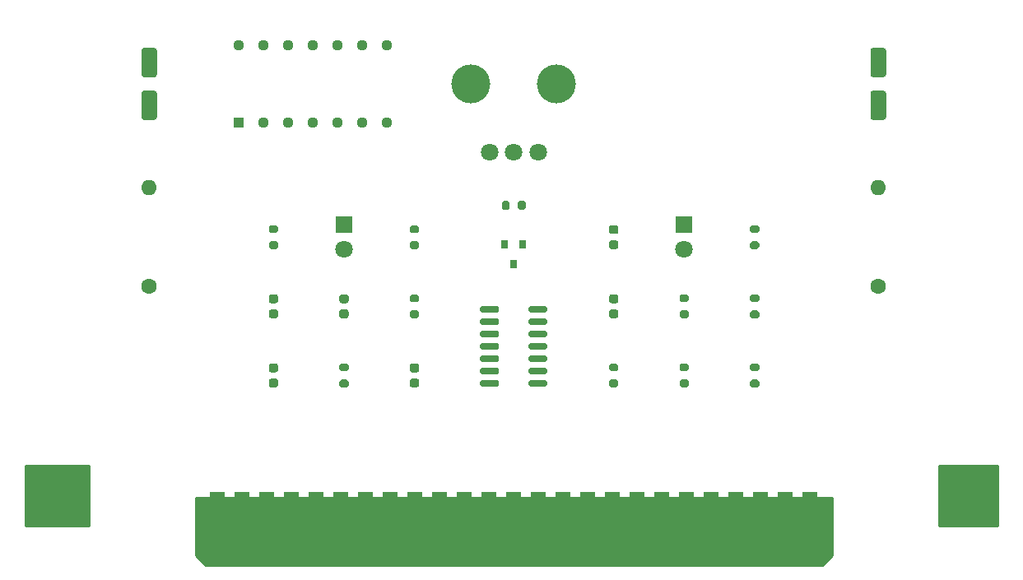
<source format=gbr>
G04 #@! TF.GenerationSoftware,KiCad,Pcbnew,(5.1.7)-1*
G04 #@! TF.CreationDate,2022-04-10T16:59:05-05:00*
G04 #@! TF.ProjectId,ConsolePedal8BitarSMT,436f6e73-6f6c-4655-9065-64616c384269,rev?*
G04 #@! TF.SameCoordinates,Original*
G04 #@! TF.FileFunction,Soldermask,Top*
G04 #@! TF.FilePolarity,Negative*
%FSLAX46Y46*%
G04 Gerber Fmt 4.6, Leading zero omitted, Abs format (unit mm)*
G04 Created by KiCad (PCBNEW (5.1.7)-1) date 2022-04-10 16:59:05*
%MOMM*%
%LPD*%
G01*
G04 APERTURE LIST*
%ADD10R,1.800000X1.800000*%
%ADD11C,1.800000*%
%ADD12C,5.000000*%
%ADD13C,1.600000*%
%ADD14O,1.600000X1.600000*%
%ADD15R,1.130000X1.130000*%
%ADD16C,1.130000*%
%ADD17C,4.000000*%
%ADD18R,1.500000X7.000000*%
%ADD19R,0.800000X0.900000*%
%ADD20C,0.254000*%
%ADD21C,0.100000*%
G04 APERTURE END LIST*
D10*
G04 #@! TO.C,D1*
X115250000Y-95000000D03*
D11*
X115250000Y-97540000D03*
G04 #@! TD*
G04 #@! TO.C,D2*
X150250000Y-97540000D03*
D10*
X150250000Y-95000000D03*
G04 #@! TD*
D12*
G04 #@! TO.C,H1*
X85350000Y-122600000D03*
G04 #@! TD*
G04 #@! TO.C,H2*
X180150000Y-122600000D03*
G04 #@! TD*
D13*
G04 #@! TO.C,R3*
X95215000Y-101350000D03*
D14*
X95215000Y-91190000D03*
G04 #@! TD*
D15*
G04 #@! TO.C,IC1*
X104380000Y-84470000D03*
D16*
X106920000Y-84470000D03*
X109460000Y-84470000D03*
X112000000Y-84470000D03*
X114540000Y-84470000D03*
X117080000Y-84470000D03*
X119620000Y-84470000D03*
X119620000Y-76530000D03*
X117080000Y-76530000D03*
X114540000Y-76530000D03*
X112000000Y-76530000D03*
X109460000Y-76530000D03*
X106920000Y-76530000D03*
X104380000Y-76530000D03*
G04 #@! TD*
D11*
G04 #@! TO.C,RV1*
X130215000Y-87500000D03*
X132715000Y-87500000D03*
X135215000Y-87500000D03*
D17*
X128315000Y-80500000D03*
X137115000Y-80500000D03*
G04 #@! TD*
D18*
G04 #@! TO.C,J1*
X163195000Y-126000000D03*
X160655000Y-126000000D03*
X158115000Y-126000000D03*
X155575000Y-126000000D03*
X153035000Y-126000000D03*
X150495000Y-126000000D03*
X147955000Y-126000000D03*
X145415000Y-126000000D03*
X142875000Y-126000000D03*
X140335000Y-126000000D03*
X137795000Y-126000000D03*
X135255000Y-126000000D03*
X132715000Y-126000000D03*
X130175000Y-126000000D03*
X127635000Y-126000000D03*
X125095000Y-126000000D03*
X122555000Y-126000000D03*
X120015000Y-126000000D03*
X117475000Y-126000000D03*
X114935000Y-126000000D03*
X112395000Y-126000000D03*
X109855000Y-126000000D03*
X107315000Y-126000000D03*
X104775000Y-126000000D03*
X102235000Y-126000000D03*
G04 #@! TD*
G04 #@! TO.C,C1*
G36*
G01*
X107750000Y-110825000D02*
X108250000Y-110825000D01*
G75*
G02*
X108475000Y-111050000I0J-225000D01*
G01*
X108475000Y-111500000D01*
G75*
G02*
X108250000Y-111725000I-225000J0D01*
G01*
X107750000Y-111725000D01*
G75*
G02*
X107525000Y-111500000I0J225000D01*
G01*
X107525000Y-111050000D01*
G75*
G02*
X107750000Y-110825000I225000J0D01*
G01*
G37*
G36*
G01*
X107750000Y-109275000D02*
X108250000Y-109275000D01*
G75*
G02*
X108475000Y-109500000I0J-225000D01*
G01*
X108475000Y-109950000D01*
G75*
G02*
X108250000Y-110175000I-225000J0D01*
G01*
X107750000Y-110175000D01*
G75*
G02*
X107525000Y-109950000I0J225000D01*
G01*
X107525000Y-109500000D01*
G75*
G02*
X107750000Y-109275000I225000J0D01*
G01*
G37*
G04 #@! TD*
G04 #@! TO.C,C2*
G36*
G01*
X122750000Y-110175000D02*
X122250000Y-110175000D01*
G75*
G02*
X122025000Y-109950000I0J225000D01*
G01*
X122025000Y-109500000D01*
G75*
G02*
X122250000Y-109275000I225000J0D01*
G01*
X122750000Y-109275000D01*
G75*
G02*
X122975000Y-109500000I0J-225000D01*
G01*
X122975000Y-109950000D01*
G75*
G02*
X122750000Y-110175000I-225000J0D01*
G01*
G37*
G36*
G01*
X122750000Y-111725000D02*
X122250000Y-111725000D01*
G75*
G02*
X122025000Y-111500000I0J225000D01*
G01*
X122025000Y-111050000D01*
G75*
G02*
X122250000Y-110825000I225000J0D01*
G01*
X122750000Y-110825000D01*
G75*
G02*
X122975000Y-111050000I0J-225000D01*
G01*
X122975000Y-111500000D01*
G75*
G02*
X122750000Y-111725000I-225000J0D01*
G01*
G37*
G04 #@! TD*
G04 #@! TO.C,C3*
G36*
G01*
X107750000Y-102160000D02*
X108250000Y-102160000D01*
G75*
G02*
X108475000Y-102385000I0J-225000D01*
G01*
X108475000Y-102835000D01*
G75*
G02*
X108250000Y-103060000I-225000J0D01*
G01*
X107750000Y-103060000D01*
G75*
G02*
X107525000Y-102835000I0J225000D01*
G01*
X107525000Y-102385000D01*
G75*
G02*
X107750000Y-102160000I225000J0D01*
G01*
G37*
G36*
G01*
X107750000Y-103710000D02*
X108250000Y-103710000D01*
G75*
G02*
X108475000Y-103935000I0J-225000D01*
G01*
X108475000Y-104385000D01*
G75*
G02*
X108250000Y-104610000I-225000J0D01*
G01*
X107750000Y-104610000D01*
G75*
G02*
X107525000Y-104385000I0J225000D01*
G01*
X107525000Y-103935000D01*
G75*
G02*
X107750000Y-103710000I225000J0D01*
G01*
G37*
G04 #@! TD*
G04 #@! TO.C,C4*
G36*
G01*
X115500000Y-103060000D02*
X115000000Y-103060000D01*
G75*
G02*
X114775000Y-102835000I0J225000D01*
G01*
X114775000Y-102385000D01*
G75*
G02*
X115000000Y-102160000I225000J0D01*
G01*
X115500000Y-102160000D01*
G75*
G02*
X115725000Y-102385000I0J-225000D01*
G01*
X115725000Y-102835000D01*
G75*
G02*
X115500000Y-103060000I-225000J0D01*
G01*
G37*
G36*
G01*
X115500000Y-104610000D02*
X115000000Y-104610000D01*
G75*
G02*
X114775000Y-104385000I0J225000D01*
G01*
X114775000Y-103935000D01*
G75*
G02*
X115000000Y-103710000I225000J0D01*
G01*
X115500000Y-103710000D01*
G75*
G02*
X115725000Y-103935000I0J-225000D01*
G01*
X115725000Y-104385000D01*
G75*
G02*
X115500000Y-104610000I-225000J0D01*
G01*
G37*
G04 #@! TD*
G04 #@! TO.C,C5*
G36*
G01*
X95765000Y-79800000D02*
X94665000Y-79800000D01*
G75*
G02*
X94415000Y-79550000I0J250000D01*
G01*
X94415000Y-77050000D01*
G75*
G02*
X94665000Y-76800000I250000J0D01*
G01*
X95765000Y-76800000D01*
G75*
G02*
X96015000Y-77050000I0J-250000D01*
G01*
X96015000Y-79550000D01*
G75*
G02*
X95765000Y-79800000I-250000J0D01*
G01*
G37*
G36*
G01*
X95765000Y-84200000D02*
X94665000Y-84200000D01*
G75*
G02*
X94415000Y-83950000I0J250000D01*
G01*
X94415000Y-81450000D01*
G75*
G02*
X94665000Y-81200000I250000J0D01*
G01*
X95765000Y-81200000D01*
G75*
G02*
X96015000Y-81450000I0J-250000D01*
G01*
X96015000Y-83950000D01*
G75*
G02*
X95765000Y-84200000I-250000J0D01*
G01*
G37*
G04 #@! TD*
G04 #@! TO.C,C6*
G36*
G01*
X142750000Y-102160000D02*
X143250000Y-102160000D01*
G75*
G02*
X143475000Y-102385000I0J-225000D01*
G01*
X143475000Y-102835000D01*
G75*
G02*
X143250000Y-103060000I-225000J0D01*
G01*
X142750000Y-103060000D01*
G75*
G02*
X142525000Y-102835000I0J225000D01*
G01*
X142525000Y-102385000D01*
G75*
G02*
X142750000Y-102160000I225000J0D01*
G01*
G37*
G36*
G01*
X142750000Y-103710000D02*
X143250000Y-103710000D01*
G75*
G02*
X143475000Y-103935000I0J-225000D01*
G01*
X143475000Y-104385000D01*
G75*
G02*
X143250000Y-104610000I-225000J0D01*
G01*
X142750000Y-104610000D01*
G75*
G02*
X142525000Y-104385000I0J225000D01*
G01*
X142525000Y-103935000D01*
G75*
G02*
X142750000Y-103710000I225000J0D01*
G01*
G37*
G04 #@! TD*
G04 #@! TO.C,C7*
G36*
G01*
X143250000Y-97495000D02*
X142750000Y-97495000D01*
G75*
G02*
X142525000Y-97270000I0J225000D01*
G01*
X142525000Y-96820000D01*
G75*
G02*
X142750000Y-96595000I225000J0D01*
G01*
X143250000Y-96595000D01*
G75*
G02*
X143475000Y-96820000I0J-225000D01*
G01*
X143475000Y-97270000D01*
G75*
G02*
X143250000Y-97495000I-225000J0D01*
G01*
G37*
G36*
G01*
X143250000Y-95945000D02*
X142750000Y-95945000D01*
G75*
G02*
X142525000Y-95720000I0J225000D01*
G01*
X142525000Y-95270000D01*
G75*
G02*
X142750000Y-95045000I225000J0D01*
G01*
X143250000Y-95045000D01*
G75*
G02*
X143475000Y-95270000I0J-225000D01*
G01*
X143475000Y-95720000D01*
G75*
G02*
X143250000Y-95945000I-225000J0D01*
G01*
G37*
G04 #@! TD*
G04 #@! TO.C,C8*
G36*
G01*
X170765000Y-84200000D02*
X169665000Y-84200000D01*
G75*
G02*
X169415000Y-83950000I0J250000D01*
G01*
X169415000Y-81450000D01*
G75*
G02*
X169665000Y-81200000I250000J0D01*
G01*
X170765000Y-81200000D01*
G75*
G02*
X171015000Y-81450000I0J-250000D01*
G01*
X171015000Y-83950000D01*
G75*
G02*
X170765000Y-84200000I-250000J0D01*
G01*
G37*
G36*
G01*
X170765000Y-79800000D02*
X169665000Y-79800000D01*
G75*
G02*
X169415000Y-79550000I0J250000D01*
G01*
X169415000Y-77050000D01*
G75*
G02*
X169665000Y-76800000I250000J0D01*
G01*
X170765000Y-76800000D01*
G75*
G02*
X171015000Y-77050000I0J-250000D01*
G01*
X171015000Y-79550000D01*
G75*
G02*
X170765000Y-79800000I-250000J0D01*
G01*
G37*
G04 #@! TD*
G04 #@! TO.C,IC2*
G36*
G01*
X129265000Y-103840000D02*
X129265000Y-103540000D01*
G75*
G02*
X129415000Y-103390000I150000J0D01*
G01*
X131065000Y-103390000D01*
G75*
G02*
X131215000Y-103540000I0J-150000D01*
G01*
X131215000Y-103840000D01*
G75*
G02*
X131065000Y-103990000I-150000J0D01*
G01*
X129415000Y-103990000D01*
G75*
G02*
X129265000Y-103840000I0J150000D01*
G01*
G37*
G36*
G01*
X129265000Y-105110000D02*
X129265000Y-104810000D01*
G75*
G02*
X129415000Y-104660000I150000J0D01*
G01*
X131065000Y-104660000D01*
G75*
G02*
X131215000Y-104810000I0J-150000D01*
G01*
X131215000Y-105110000D01*
G75*
G02*
X131065000Y-105260000I-150000J0D01*
G01*
X129415000Y-105260000D01*
G75*
G02*
X129265000Y-105110000I0J150000D01*
G01*
G37*
G36*
G01*
X129265000Y-106380000D02*
X129265000Y-106080000D01*
G75*
G02*
X129415000Y-105930000I150000J0D01*
G01*
X131065000Y-105930000D01*
G75*
G02*
X131215000Y-106080000I0J-150000D01*
G01*
X131215000Y-106380000D01*
G75*
G02*
X131065000Y-106530000I-150000J0D01*
G01*
X129415000Y-106530000D01*
G75*
G02*
X129265000Y-106380000I0J150000D01*
G01*
G37*
G36*
G01*
X129265000Y-107650000D02*
X129265000Y-107350000D01*
G75*
G02*
X129415000Y-107200000I150000J0D01*
G01*
X131065000Y-107200000D01*
G75*
G02*
X131215000Y-107350000I0J-150000D01*
G01*
X131215000Y-107650000D01*
G75*
G02*
X131065000Y-107800000I-150000J0D01*
G01*
X129415000Y-107800000D01*
G75*
G02*
X129265000Y-107650000I0J150000D01*
G01*
G37*
G36*
G01*
X129265000Y-108920000D02*
X129265000Y-108620000D01*
G75*
G02*
X129415000Y-108470000I150000J0D01*
G01*
X131065000Y-108470000D01*
G75*
G02*
X131215000Y-108620000I0J-150000D01*
G01*
X131215000Y-108920000D01*
G75*
G02*
X131065000Y-109070000I-150000J0D01*
G01*
X129415000Y-109070000D01*
G75*
G02*
X129265000Y-108920000I0J150000D01*
G01*
G37*
G36*
G01*
X129265000Y-110190000D02*
X129265000Y-109890000D01*
G75*
G02*
X129415000Y-109740000I150000J0D01*
G01*
X131065000Y-109740000D01*
G75*
G02*
X131215000Y-109890000I0J-150000D01*
G01*
X131215000Y-110190000D01*
G75*
G02*
X131065000Y-110340000I-150000J0D01*
G01*
X129415000Y-110340000D01*
G75*
G02*
X129265000Y-110190000I0J150000D01*
G01*
G37*
G36*
G01*
X129265000Y-111460000D02*
X129265000Y-111160000D01*
G75*
G02*
X129415000Y-111010000I150000J0D01*
G01*
X131065000Y-111010000D01*
G75*
G02*
X131215000Y-111160000I0J-150000D01*
G01*
X131215000Y-111460000D01*
G75*
G02*
X131065000Y-111610000I-150000J0D01*
G01*
X129415000Y-111610000D01*
G75*
G02*
X129265000Y-111460000I0J150000D01*
G01*
G37*
G36*
G01*
X134215000Y-111460000D02*
X134215000Y-111160000D01*
G75*
G02*
X134365000Y-111010000I150000J0D01*
G01*
X136015000Y-111010000D01*
G75*
G02*
X136165000Y-111160000I0J-150000D01*
G01*
X136165000Y-111460000D01*
G75*
G02*
X136015000Y-111610000I-150000J0D01*
G01*
X134365000Y-111610000D01*
G75*
G02*
X134215000Y-111460000I0J150000D01*
G01*
G37*
G36*
G01*
X134215000Y-110190000D02*
X134215000Y-109890000D01*
G75*
G02*
X134365000Y-109740000I150000J0D01*
G01*
X136015000Y-109740000D01*
G75*
G02*
X136165000Y-109890000I0J-150000D01*
G01*
X136165000Y-110190000D01*
G75*
G02*
X136015000Y-110340000I-150000J0D01*
G01*
X134365000Y-110340000D01*
G75*
G02*
X134215000Y-110190000I0J150000D01*
G01*
G37*
G36*
G01*
X134215000Y-108920000D02*
X134215000Y-108620000D01*
G75*
G02*
X134365000Y-108470000I150000J0D01*
G01*
X136015000Y-108470000D01*
G75*
G02*
X136165000Y-108620000I0J-150000D01*
G01*
X136165000Y-108920000D01*
G75*
G02*
X136015000Y-109070000I-150000J0D01*
G01*
X134365000Y-109070000D01*
G75*
G02*
X134215000Y-108920000I0J150000D01*
G01*
G37*
G36*
G01*
X134215000Y-107650000D02*
X134215000Y-107350000D01*
G75*
G02*
X134365000Y-107200000I150000J0D01*
G01*
X136015000Y-107200000D01*
G75*
G02*
X136165000Y-107350000I0J-150000D01*
G01*
X136165000Y-107650000D01*
G75*
G02*
X136015000Y-107800000I-150000J0D01*
G01*
X134365000Y-107800000D01*
G75*
G02*
X134215000Y-107650000I0J150000D01*
G01*
G37*
G36*
G01*
X134215000Y-106380000D02*
X134215000Y-106080000D01*
G75*
G02*
X134365000Y-105930000I150000J0D01*
G01*
X136015000Y-105930000D01*
G75*
G02*
X136165000Y-106080000I0J-150000D01*
G01*
X136165000Y-106380000D01*
G75*
G02*
X136015000Y-106530000I-150000J0D01*
G01*
X134365000Y-106530000D01*
G75*
G02*
X134215000Y-106380000I0J150000D01*
G01*
G37*
G36*
G01*
X134215000Y-105110000D02*
X134215000Y-104810000D01*
G75*
G02*
X134365000Y-104660000I150000J0D01*
G01*
X136015000Y-104660000D01*
G75*
G02*
X136165000Y-104810000I0J-150000D01*
G01*
X136165000Y-105110000D01*
G75*
G02*
X136015000Y-105260000I-150000J0D01*
G01*
X134365000Y-105260000D01*
G75*
G02*
X134215000Y-105110000I0J150000D01*
G01*
G37*
G36*
G01*
X134215000Y-103840000D02*
X134215000Y-103540000D01*
G75*
G02*
X134365000Y-103390000I150000J0D01*
G01*
X136015000Y-103390000D01*
G75*
G02*
X136165000Y-103540000I0J-150000D01*
G01*
X136165000Y-103840000D01*
G75*
G02*
X136015000Y-103990000I-150000J0D01*
G01*
X134365000Y-103990000D01*
G75*
G02*
X134215000Y-103840000I0J150000D01*
G01*
G37*
G04 #@! TD*
D19*
G04 #@! TO.C,Q1*
X133665000Y-97000000D03*
X131765000Y-97000000D03*
X132715000Y-99000000D03*
G04 #@! TD*
G04 #@! TO.C,R1*
G36*
G01*
X157775000Y-111725000D02*
X157225000Y-111725000D01*
G75*
G02*
X157025000Y-111525000I0J200000D01*
G01*
X157025000Y-111125000D01*
G75*
G02*
X157225000Y-110925000I200000J0D01*
G01*
X157775000Y-110925000D01*
G75*
G02*
X157975000Y-111125000I0J-200000D01*
G01*
X157975000Y-111525000D01*
G75*
G02*
X157775000Y-111725000I-200000J0D01*
G01*
G37*
G36*
G01*
X157775000Y-110075000D02*
X157225000Y-110075000D01*
G75*
G02*
X157025000Y-109875000I0J200000D01*
G01*
X157025000Y-109475000D01*
G75*
G02*
X157225000Y-109275000I200000J0D01*
G01*
X157775000Y-109275000D01*
G75*
G02*
X157975000Y-109475000I0J-200000D01*
G01*
X157975000Y-109875000D01*
G75*
G02*
X157775000Y-110075000I-200000J0D01*
G01*
G37*
G04 #@! TD*
G04 #@! TO.C,R2*
G36*
G01*
X115525000Y-110075000D02*
X114975000Y-110075000D01*
G75*
G02*
X114775000Y-109875000I0J200000D01*
G01*
X114775000Y-109475000D01*
G75*
G02*
X114975000Y-109275000I200000J0D01*
G01*
X115525000Y-109275000D01*
G75*
G02*
X115725000Y-109475000I0J-200000D01*
G01*
X115725000Y-109875000D01*
G75*
G02*
X115525000Y-110075000I-200000J0D01*
G01*
G37*
G36*
G01*
X115525000Y-111725000D02*
X114975000Y-111725000D01*
G75*
G02*
X114775000Y-111525000I0J200000D01*
G01*
X114775000Y-111125000D01*
G75*
G02*
X114975000Y-110925000I200000J0D01*
G01*
X115525000Y-110925000D01*
G75*
G02*
X115725000Y-111125000I0J-200000D01*
G01*
X115725000Y-111525000D01*
G75*
G02*
X115525000Y-111725000I-200000J0D01*
G01*
G37*
G04 #@! TD*
G04 #@! TO.C,R4*
G36*
G01*
X122775000Y-102960000D02*
X122225000Y-102960000D01*
G75*
G02*
X122025000Y-102760000I0J200000D01*
G01*
X122025000Y-102360000D01*
G75*
G02*
X122225000Y-102160000I200000J0D01*
G01*
X122775000Y-102160000D01*
G75*
G02*
X122975000Y-102360000I0J-200000D01*
G01*
X122975000Y-102760000D01*
G75*
G02*
X122775000Y-102960000I-200000J0D01*
G01*
G37*
G36*
G01*
X122775000Y-104610000D02*
X122225000Y-104610000D01*
G75*
G02*
X122025000Y-104410000I0J200000D01*
G01*
X122025000Y-104010000D01*
G75*
G02*
X122225000Y-103810000I200000J0D01*
G01*
X122775000Y-103810000D01*
G75*
G02*
X122975000Y-104010000I0J-200000D01*
G01*
X122975000Y-104410000D01*
G75*
G02*
X122775000Y-104610000I-200000J0D01*
G01*
G37*
G04 #@! TD*
G04 #@! TO.C,R5*
G36*
G01*
X122225000Y-96695000D02*
X122775000Y-96695000D01*
G75*
G02*
X122975000Y-96895000I0J-200000D01*
G01*
X122975000Y-97295000D01*
G75*
G02*
X122775000Y-97495000I-200000J0D01*
G01*
X122225000Y-97495000D01*
G75*
G02*
X122025000Y-97295000I0J200000D01*
G01*
X122025000Y-96895000D01*
G75*
G02*
X122225000Y-96695000I200000J0D01*
G01*
G37*
G36*
G01*
X122225000Y-95045000D02*
X122775000Y-95045000D01*
G75*
G02*
X122975000Y-95245000I0J-200000D01*
G01*
X122975000Y-95645000D01*
G75*
G02*
X122775000Y-95845000I-200000J0D01*
G01*
X122225000Y-95845000D01*
G75*
G02*
X122025000Y-95645000I0J200000D01*
G01*
X122025000Y-95245000D01*
G75*
G02*
X122225000Y-95045000I200000J0D01*
G01*
G37*
G04 #@! TD*
G04 #@! TO.C,R6*
G36*
G01*
X149975000Y-109275000D02*
X150525000Y-109275000D01*
G75*
G02*
X150725000Y-109475000I0J-200000D01*
G01*
X150725000Y-109875000D01*
G75*
G02*
X150525000Y-110075000I-200000J0D01*
G01*
X149975000Y-110075000D01*
G75*
G02*
X149775000Y-109875000I0J200000D01*
G01*
X149775000Y-109475000D01*
G75*
G02*
X149975000Y-109275000I200000J0D01*
G01*
G37*
G36*
G01*
X149975000Y-110925000D02*
X150525000Y-110925000D01*
G75*
G02*
X150725000Y-111125000I0J-200000D01*
G01*
X150725000Y-111525000D01*
G75*
G02*
X150525000Y-111725000I-200000J0D01*
G01*
X149975000Y-111725000D01*
G75*
G02*
X149775000Y-111525000I0J200000D01*
G01*
X149775000Y-111125000D01*
G75*
G02*
X149975000Y-110925000I200000J0D01*
G01*
G37*
G04 #@! TD*
G04 #@! TO.C,R7*
G36*
G01*
X150525000Y-102960000D02*
X149975000Y-102960000D01*
G75*
G02*
X149775000Y-102760000I0J200000D01*
G01*
X149775000Y-102360000D01*
G75*
G02*
X149975000Y-102160000I200000J0D01*
G01*
X150525000Y-102160000D01*
G75*
G02*
X150725000Y-102360000I0J-200000D01*
G01*
X150725000Y-102760000D01*
G75*
G02*
X150525000Y-102960000I-200000J0D01*
G01*
G37*
G36*
G01*
X150525000Y-104610000D02*
X149975000Y-104610000D01*
G75*
G02*
X149775000Y-104410000I0J200000D01*
G01*
X149775000Y-104010000D01*
G75*
G02*
X149975000Y-103810000I200000J0D01*
G01*
X150525000Y-103810000D01*
G75*
G02*
X150725000Y-104010000I0J-200000D01*
G01*
X150725000Y-104410000D01*
G75*
G02*
X150525000Y-104610000I-200000J0D01*
G01*
G37*
G04 #@! TD*
G04 #@! TO.C,R8*
G36*
G01*
X157225000Y-102160000D02*
X157775000Y-102160000D01*
G75*
G02*
X157975000Y-102360000I0J-200000D01*
G01*
X157975000Y-102760000D01*
G75*
G02*
X157775000Y-102960000I-200000J0D01*
G01*
X157225000Y-102960000D01*
G75*
G02*
X157025000Y-102760000I0J200000D01*
G01*
X157025000Y-102360000D01*
G75*
G02*
X157225000Y-102160000I200000J0D01*
G01*
G37*
G36*
G01*
X157225000Y-103810000D02*
X157775000Y-103810000D01*
G75*
G02*
X157975000Y-104010000I0J-200000D01*
G01*
X157975000Y-104410000D01*
G75*
G02*
X157775000Y-104610000I-200000J0D01*
G01*
X157225000Y-104610000D01*
G75*
G02*
X157025000Y-104410000I0J200000D01*
G01*
X157025000Y-104010000D01*
G75*
G02*
X157225000Y-103810000I200000J0D01*
G01*
G37*
G04 #@! TD*
G04 #@! TO.C,R9*
G36*
G01*
X142725000Y-109275000D02*
X143275000Y-109275000D01*
G75*
G02*
X143475000Y-109475000I0J-200000D01*
G01*
X143475000Y-109875000D01*
G75*
G02*
X143275000Y-110075000I-200000J0D01*
G01*
X142725000Y-110075000D01*
G75*
G02*
X142525000Y-109875000I0J200000D01*
G01*
X142525000Y-109475000D01*
G75*
G02*
X142725000Y-109275000I200000J0D01*
G01*
G37*
G36*
G01*
X142725000Y-110925000D02*
X143275000Y-110925000D01*
G75*
G02*
X143475000Y-111125000I0J-200000D01*
G01*
X143475000Y-111525000D01*
G75*
G02*
X143275000Y-111725000I-200000J0D01*
G01*
X142725000Y-111725000D01*
G75*
G02*
X142525000Y-111525000I0J200000D01*
G01*
X142525000Y-111125000D01*
G75*
G02*
X142725000Y-110925000I200000J0D01*
G01*
G37*
G04 #@! TD*
G04 #@! TO.C,R10*
G36*
G01*
X131490000Y-93275000D02*
X131490000Y-92725000D01*
G75*
G02*
X131690000Y-92525000I200000J0D01*
G01*
X132090000Y-92525000D01*
G75*
G02*
X132290000Y-92725000I0J-200000D01*
G01*
X132290000Y-93275000D01*
G75*
G02*
X132090000Y-93475000I-200000J0D01*
G01*
X131690000Y-93475000D01*
G75*
G02*
X131490000Y-93275000I0J200000D01*
G01*
G37*
G36*
G01*
X133140000Y-93275000D02*
X133140000Y-92725000D01*
G75*
G02*
X133340000Y-92525000I200000J0D01*
G01*
X133740000Y-92525000D01*
G75*
G02*
X133940000Y-92725000I0J-200000D01*
G01*
X133940000Y-93275000D01*
G75*
G02*
X133740000Y-93475000I-200000J0D01*
G01*
X133340000Y-93475000D01*
G75*
G02*
X133140000Y-93275000I0J200000D01*
G01*
G37*
G04 #@! TD*
D13*
G04 #@! TO.C,R11*
X170215000Y-101350000D03*
D14*
X170215000Y-91190000D03*
G04 #@! TD*
G04 #@! TO.C,R12*
G36*
G01*
X108275000Y-97495000D02*
X107725000Y-97495000D01*
G75*
G02*
X107525000Y-97295000I0J200000D01*
G01*
X107525000Y-96895000D01*
G75*
G02*
X107725000Y-96695000I200000J0D01*
G01*
X108275000Y-96695000D01*
G75*
G02*
X108475000Y-96895000I0J-200000D01*
G01*
X108475000Y-97295000D01*
G75*
G02*
X108275000Y-97495000I-200000J0D01*
G01*
G37*
G36*
G01*
X108275000Y-95845000D02*
X107725000Y-95845000D01*
G75*
G02*
X107525000Y-95645000I0J200000D01*
G01*
X107525000Y-95245000D01*
G75*
G02*
X107725000Y-95045000I200000J0D01*
G01*
X108275000Y-95045000D01*
G75*
G02*
X108475000Y-95245000I0J-200000D01*
G01*
X108475000Y-95645000D01*
G75*
G02*
X108275000Y-95845000I-200000J0D01*
G01*
G37*
G04 #@! TD*
G04 #@! TO.C,R13*
G36*
G01*
X157775000Y-95845000D02*
X157225000Y-95845000D01*
G75*
G02*
X157025000Y-95645000I0J200000D01*
G01*
X157025000Y-95245000D01*
G75*
G02*
X157225000Y-95045000I200000J0D01*
G01*
X157775000Y-95045000D01*
G75*
G02*
X157975000Y-95245000I0J-200000D01*
G01*
X157975000Y-95645000D01*
G75*
G02*
X157775000Y-95845000I-200000J0D01*
G01*
G37*
G36*
G01*
X157775000Y-97495000D02*
X157225000Y-97495000D01*
G75*
G02*
X157025000Y-97295000I0J200000D01*
G01*
X157025000Y-96895000D01*
G75*
G02*
X157225000Y-96695000I200000J0D01*
G01*
X157775000Y-96695000D01*
G75*
G02*
X157975000Y-96895000I0J-200000D01*
G01*
X157975000Y-97295000D01*
G75*
G02*
X157775000Y-97495000I-200000J0D01*
G01*
G37*
G04 #@! TD*
D20*
X165480000Y-129000000D02*
X164480000Y-130000000D01*
X101020000Y-130000000D01*
X100020000Y-129000000D01*
X100020000Y-123063000D01*
X165480000Y-123063000D01*
X165480000Y-129000000D01*
D21*
G36*
X165480000Y-129000000D02*
G01*
X164480000Y-130000000D01*
X101020000Y-130000000D01*
X100020000Y-129000000D01*
X100020000Y-123063000D01*
X165480000Y-123063000D01*
X165480000Y-129000000D01*
G37*
D20*
X89000000Y-126000000D02*
X82500000Y-126000000D01*
X82500000Y-119761000D01*
X89000000Y-119761000D01*
X89000000Y-126000000D01*
D21*
G36*
X89000000Y-126000000D02*
G01*
X82500000Y-126000000D01*
X82500000Y-119761000D01*
X89000000Y-119761000D01*
X89000000Y-126000000D01*
G37*
D20*
X182499000Y-126000000D02*
X176500000Y-126000000D01*
X176500000Y-119761000D01*
X182499000Y-119761000D01*
X182499000Y-126000000D01*
D21*
G36*
X182499000Y-126000000D02*
G01*
X176500000Y-126000000D01*
X176500000Y-119761000D01*
X182499000Y-119761000D01*
X182499000Y-126000000D01*
G37*
M02*

</source>
